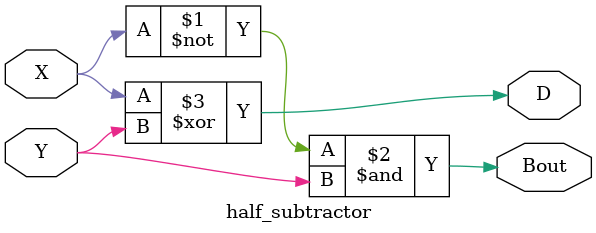
<source format=v>
`timescale 10ns / 10ps


module half_subtractor ( 
   input X, 
   input Y, 
   output D,
	output Bout);
	assign Bout = ~X & Y;
	assign D = (X ^ Y);
	endmodule

</source>
